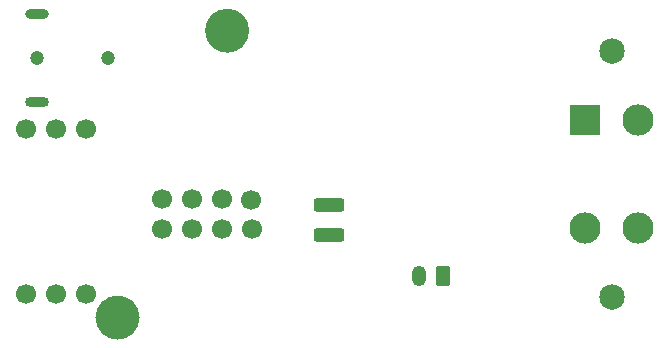
<source format=gbr>
%TF.GenerationSoftware,KiCad,Pcbnew,7.0.10*%
%TF.CreationDate,2024-12-22T23:47:13-08:00*%
%TF.ProjectId,wsg1.0,77736731-2e30-42e6-9b69-6361645f7063,rev?*%
%TF.SameCoordinates,Original*%
%TF.FileFunction,Soldermask,Bot*%
%TF.FilePolarity,Negative*%
%FSLAX46Y46*%
G04 Gerber Fmt 4.6, Leading zero omitted, Abs format (unit mm)*
G04 Created by KiCad (PCBNEW 7.0.10) date 2024-12-22 23:47:13*
%MOMM*%
%LPD*%
G01*
G04 APERTURE LIST*
G04 Aperture macros list*
%AMRoundRect*
0 Rectangle with rounded corners*
0 $1 Rounding radius*
0 $2 $3 $4 $5 $6 $7 $8 $9 X,Y pos of 4 corners*
0 Add a 4 corners polygon primitive as box body*
4,1,4,$2,$3,$4,$5,$6,$7,$8,$9,$2,$3,0*
0 Add four circle primitives for the rounded corners*
1,1,$1+$1,$2,$3*
1,1,$1+$1,$4,$5*
1,1,$1+$1,$6,$7*
1,1,$1+$1,$8,$9*
0 Add four rect primitives between the rounded corners*
20,1,$1+$1,$2,$3,$4,$5,0*
20,1,$1+$1,$4,$5,$6,$7,0*
20,1,$1+$1,$6,$7,$8,$9,0*
20,1,$1+$1,$8,$9,$2,$3,0*%
G04 Aperture macros list end*
%ADD10C,1.875000*%
%ADD11C,1.700000*%
%ADD12C,2.160000*%
%ADD13R,2.640000X2.640000*%
%ADD14C,2.640000*%
%ADD15RoundRect,0.250000X0.350000X0.625000X-0.350000X0.625000X-0.350000X-0.625000X0.350000X-0.625000X0*%
%ADD16O,1.200000X1.750000*%
%ADD17RoundRect,0.300400X-1.000400X-0.300400X1.000400X-0.300400X1.000400X0.300400X-1.000400X0.300400X0*%
%ADD18C,1.200000*%
%ADD19O,2.000000X0.822200*%
%ADD20O,2.000000X0.898400*%
G04 APERTURE END LIST*
D10*
X10168750Y-26447877D02*
G75*
G03*
X8293750Y-26447877I-937500J0D01*
G01*
X8293750Y-26447877D02*
G75*
G03*
X10168750Y-26447877I937500J0D01*
G01*
X19447750Y-2159127D02*
G75*
G03*
X17572750Y-2159127I-937500J0D01*
G01*
X17572750Y-2159127D02*
G75*
G03*
X19447750Y-2159127I937500J0D01*
G01*
D11*
%TO.C,J3*%
X1480000Y-24490000D03*
X4020000Y-24490000D03*
X6560000Y-24490000D03*
X1480000Y-10490000D03*
X4020000Y-10490000D03*
X6560000Y-10490000D03*
%TD*%
D12*
%TO.C,J1*%
X51073000Y-24724000D03*
X51073000Y-3894000D03*
D13*
X48850000Y-9750000D03*
D14*
X53300000Y-9750000D03*
X53300000Y-18870000D03*
X48850000Y-18870000D03*
%TD*%
D15*
%TO.C,J4*%
X36770000Y-22950000D03*
D16*
X34770000Y-22950000D03*
%TD*%
D17*
%TO.C,U1*%
X27161700Y-19456400D03*
X27161700Y-16916400D03*
D11*
X12988500Y-18948400D03*
X13016500Y-16408400D03*
X15528500Y-18948400D03*
X15528500Y-16408400D03*
X18068500Y-18948400D03*
X18068500Y-16408400D03*
X20608500Y-18948400D03*
X20551700Y-16501000D03*
%TD*%
D18*
%TO.C,J2*%
X2440000Y-4470000D03*
X8440000Y-4470000D03*
D19*
X2440000Y-720000D03*
D20*
X2440000Y-8220000D03*
%TD*%
M02*

</source>
